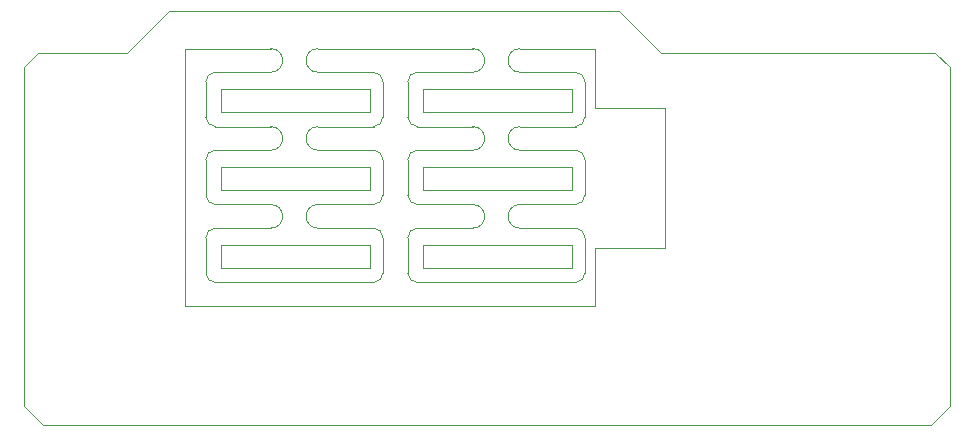
<source format=gbr>
%TF.GenerationSoftware,KiCad,Pcbnew,7.99.0-3012-g423a5b9961*%
%TF.CreationDate,2023-10-30T13:08:26-04:00*%
%TF.ProjectId,anyesc,616e7965-7363-42e6-9b69-6361645f7063,V1.0*%
%TF.SameCoordinates,Original*%
%TF.FileFunction,Profile,NP*%
%FSLAX46Y46*%
G04 Gerber Fmt 4.6, Leading zero omitted, Abs format (unit mm)*
G04 Created by KiCad (PCBNEW 7.99.0-3012-g423a5b9961) date 2023-10-30 13:08:26*
%MOMM*%
%LPD*%
G01*
G04 APERTURE LIST*
%TA.AperFunction,Profile*%
%ADD10C,0.100000*%
%TD*%
%TA.AperFunction,Profile*%
%ADD11C,0.120000*%
%TD*%
G04 APERTURE END LIST*
D10*
X145765000Y-97740400D02*
G75*
G02*
X145765000Y-99740400I0J-1000000D01*
G01*
X132665000Y-106340400D02*
G75*
G02*
X132665000Y-104340400I0J1000000D01*
G01*
X132665000Y-93140400D02*
G75*
G02*
X132665000Y-91140400I0J1000000D01*
G01*
X145765000Y-104340400D02*
G75*
G02*
X145765000Y-106340400I0J-1000000D01*
G01*
X107761800Y-92710000D02*
X107761800Y-115128000D01*
X132665000Y-110940400D02*
X128665000Y-110940400D01*
X149765000Y-110940400D02*
X145765000Y-110940400D01*
X149765000Y-106340400D02*
G75*
G02*
X149765000Y-104340400I0J1000000D01*
G01*
X120015000Y-87950000D02*
X158115000Y-87950000D01*
X128665000Y-104340400D02*
G75*
G02*
X128665000Y-106340400I0J-1000000D01*
G01*
X186146200Y-92740200D02*
X186146200Y-115128000D01*
X149765000Y-93140400D02*
G75*
G02*
X149765000Y-91140400I0J1000000D01*
G01*
X128665000Y-97740400D02*
G75*
G02*
X128665000Y-99740400I0J-1000000D01*
G01*
X108966000Y-91506000D02*
X116459000Y-91506000D01*
X149765000Y-99740400D02*
G75*
G02*
X149765000Y-97740400I0J1000000D01*
G01*
X161673461Y-91508461D02*
X184912000Y-91508461D01*
X184912000Y-91506000D02*
X186146200Y-92740200D01*
X158115000Y-87950000D02*
X161673461Y-91508461D01*
X145765000Y-91140400D02*
G75*
G02*
X145765000Y-93140400I0J-1000000D01*
G01*
X128665000Y-91140400D02*
G75*
G02*
X128665000Y-93140400I0J-1000000D01*
G01*
X132665000Y-99740400D02*
G75*
G02*
X132665000Y-97740400I0J1000000D01*
G01*
X108966000Y-91506000D02*
X107761800Y-92710200D01*
X116459000Y-91506000D02*
X120015000Y-87950000D01*
D11*
%TO.C,H5*%
X123165000Y-107140400D02*
X123165000Y-110140400D01*
X124465000Y-107740400D02*
X124465000Y-109740400D01*
X124465000Y-107740400D02*
X137065000Y-107740400D01*
X128665000Y-106340400D02*
X123965000Y-106340400D01*
X128665000Y-110940400D02*
X123965000Y-110940400D01*
X132665000Y-110940400D02*
X137365000Y-110940400D01*
X137065000Y-109740400D02*
X124465000Y-109740400D01*
X137065000Y-109740400D02*
X137065000Y-107740400D01*
X137365000Y-106340400D02*
X132665000Y-106340400D01*
X138165000Y-110140400D02*
X138165000Y-107140400D01*
X123165000Y-107140400D02*
G75*
G02*
X123965000Y-106340400I800000J0D01*
G01*
X123965000Y-110940400D02*
G75*
G02*
X123165000Y-110140400I0J800000D01*
G01*
X137365000Y-106340400D02*
G75*
G02*
X138165000Y-107140400I-1J-800001D01*
G01*
X138165000Y-110140400D02*
G75*
G02*
X137365000Y-110940400I-800001J1D01*
G01*
X140265000Y-107140400D02*
X140265000Y-110140400D01*
X141565000Y-107740400D02*
X141565000Y-109740400D01*
X141565000Y-107740400D02*
X154165000Y-107740400D01*
X145765000Y-106340400D02*
X141065000Y-106340400D01*
X145765000Y-110940400D02*
X141065000Y-110940400D01*
X149765000Y-110940400D02*
X154465000Y-110940400D01*
X154165000Y-109740400D02*
X141565000Y-109740400D01*
X154165000Y-109740400D02*
X154165000Y-107740400D01*
X154465000Y-106340400D02*
X149765000Y-106340400D01*
X155265000Y-110140400D02*
X155265000Y-107140400D01*
X140265000Y-107140400D02*
G75*
G02*
X141065000Y-106340400I800000J0D01*
G01*
X141065000Y-110940400D02*
G75*
G02*
X140265000Y-110140400I0J800000D01*
G01*
X154465000Y-106340400D02*
G75*
G02*
X155265000Y-107140400I-1J-800001D01*
G01*
X155265000Y-110140400D02*
G75*
G02*
X154465000Y-110940400I-800001J1D01*
G01*
%TO.C,H4*%
X140265000Y-100540400D02*
X140265000Y-103540400D01*
X141565000Y-101140400D02*
X141565000Y-103140400D01*
X141565000Y-101140400D02*
X154165000Y-101140400D01*
X145765000Y-99740400D02*
X141065000Y-99740400D01*
X145765000Y-104340400D02*
X141065000Y-104340400D01*
X149765000Y-104340400D02*
X154465000Y-104340400D01*
X154165000Y-103140400D02*
X141565000Y-103140400D01*
X154165000Y-103140400D02*
X154165000Y-101140400D01*
X154465000Y-99740400D02*
X149765000Y-99740400D01*
X155265000Y-103540400D02*
X155265000Y-100540400D01*
X140265000Y-100540400D02*
G75*
G02*
X141065000Y-99740400I800000J0D01*
G01*
X141065000Y-104340400D02*
G75*
G02*
X140265000Y-103540400I0J800000D01*
G01*
X154465000Y-99740400D02*
G75*
G02*
X155265000Y-100540400I-1J-800001D01*
G01*
X155265000Y-103540400D02*
G75*
G02*
X154465000Y-104340400I-800001J1D01*
G01*
%TO.C,U3*%
X121415000Y-91140400D02*
X121415000Y-93252190D01*
X121415000Y-93252190D02*
X121415000Y-112940400D01*
X128665000Y-91140400D02*
X121415000Y-91140400D01*
X145765000Y-91140400D02*
X132665000Y-91140400D01*
X156115000Y-91140400D02*
X149765000Y-91140400D01*
X156115000Y-91140400D02*
X156115000Y-93140400D01*
X156115000Y-96140400D02*
X156115000Y-93140400D01*
X156115000Y-112940400D02*
X121415000Y-112940400D01*
X156115000Y-112940400D02*
X156115000Y-108040400D01*
X162015000Y-96140400D02*
X156115000Y-96140400D01*
X162015000Y-108040400D02*
X156115000Y-108040400D01*
X162015000Y-108040400D02*
X162015000Y-96140400D01*
%TO.C,H6*%
X123165000Y-93940400D02*
X123165000Y-96940400D01*
X124465000Y-94540400D02*
X124465000Y-96540400D01*
X124465000Y-94540400D02*
X137065000Y-94540400D01*
X128665000Y-93140400D02*
X123965000Y-93140400D01*
X128665000Y-97740400D02*
X123965000Y-97740400D01*
X132665000Y-97740400D02*
X137365000Y-97740400D01*
X137065000Y-96540400D02*
X124465000Y-96540400D01*
X137065000Y-96540400D02*
X137065000Y-94540400D01*
X137365000Y-93140400D02*
X132665000Y-93140400D01*
X138165000Y-96940400D02*
X138165000Y-93940400D01*
X123165000Y-93940400D02*
G75*
G02*
X123965000Y-93140400I800000J0D01*
G01*
X123965000Y-97740400D02*
G75*
G02*
X123165000Y-96940400I0J800000D01*
G01*
X137365000Y-93140400D02*
G75*
G02*
X138165000Y-93940400I-1J-800001D01*
G01*
X138165000Y-96940400D02*
G75*
G02*
X137365000Y-97740400I-800001J1D01*
G01*
%TO.C,J3*%
X107761800Y-121376400D02*
X107761800Y-115128000D01*
X109362000Y-123002000D02*
X107761800Y-121376400D01*
X184546000Y-123002000D02*
X109362000Y-123002000D01*
X186146200Y-115128000D02*
X186146200Y-121376400D01*
X186146200Y-121376400D02*
X184546000Y-123002000D01*
%TO.C,H4*%
X123165000Y-100540400D02*
X123165000Y-103540400D01*
X124465000Y-101140400D02*
X124465000Y-103140400D01*
X124465000Y-101140400D02*
X137065000Y-101140400D01*
X128665000Y-99740400D02*
X123965000Y-99740400D01*
X128665000Y-104340400D02*
X123965000Y-104340400D01*
X132665000Y-104340400D02*
X137365000Y-104340400D01*
X137065000Y-103140400D02*
X124465000Y-103140400D01*
X137065000Y-103140400D02*
X137065000Y-101140400D01*
X137365000Y-99740400D02*
X132665000Y-99740400D01*
X138165000Y-103540400D02*
X138165000Y-100540400D01*
X123165000Y-100540400D02*
G75*
G02*
X123965000Y-99740400I800000J0D01*
G01*
X123965000Y-104340400D02*
G75*
G02*
X123165000Y-103540400I0J800000D01*
G01*
X137365000Y-99740400D02*
G75*
G02*
X138165000Y-100540400I-1J-800001D01*
G01*
X138165000Y-103540400D02*
G75*
G02*
X137365000Y-104340400I-800001J1D01*
G01*
%TO.C,H6*%
X140265000Y-93940400D02*
X140265000Y-96940400D01*
X141565000Y-94540400D02*
X141565000Y-96540400D01*
X141565000Y-94540400D02*
X154165000Y-94540400D01*
X145765000Y-93140400D02*
X141065000Y-93140400D01*
X145765000Y-97740400D02*
X141065000Y-97740400D01*
X149765000Y-97740400D02*
X154465000Y-97740400D01*
X154165000Y-96540400D02*
X141565000Y-96540400D01*
X154165000Y-96540400D02*
X154165000Y-94540400D01*
X154465000Y-93140400D02*
X149765000Y-93140400D01*
X155265000Y-96940400D02*
X155265000Y-93940400D01*
X140265000Y-93940400D02*
G75*
G02*
X141065000Y-93140400I800000J0D01*
G01*
X141065000Y-97740400D02*
G75*
G02*
X140265000Y-96940400I0J800000D01*
G01*
X154465000Y-93140400D02*
G75*
G02*
X155265000Y-93940400I-1J-800001D01*
G01*
X155265000Y-96940400D02*
G75*
G02*
X154465000Y-97740400I-800001J1D01*
G01*
%TD*%
M02*

</source>
